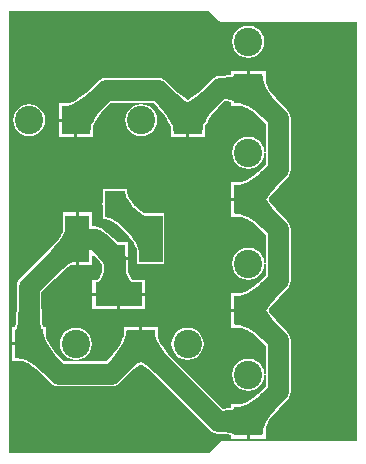
<source format=gbl>
G04*
G04 #@! TF.GenerationSoftware,Altium Limited,Altium Designer,18.1.9 (240)*
G04*
G04 Layer_Physical_Order=2*
G04 Layer_Color=16711680*
%FSLAX25Y25*%
%MOIN*%
G70*
G01*
G75*
%ADD24C,0.07000*%
%ADD25R,0.09449X0.09449*%
%ADD26C,0.09449*%
%ADD27R,0.09449X0.09449*%
%ADD28R,0.07874X0.15748*%
%ADD29R,0.15748X0.07874*%
%ADD30R,0.06890X0.08661*%
G36*
X462207Y330207D02*
X462207Y330207D01*
X462571Y329964D01*
X463000Y329878D01*
X463000Y329878D01*
X508378D01*
Y190122D01*
X463500D01*
X463071Y190036D01*
X462707Y189793D01*
X462707Y189793D01*
X459035Y186122D01*
X392122D01*
Y333379D01*
X459035D01*
X462207Y330207D01*
D02*
G37*
%LPC*%
G36*
X472000Y328587D02*
X470610Y328404D01*
X469315Y327868D01*
X468203Y327014D01*
X467349Y325902D01*
X466813Y324607D01*
X466630Y323217D01*
X466813Y321827D01*
X467349Y320532D01*
X468203Y319419D01*
X469315Y318566D01*
X470610Y318029D01*
X472000Y317846D01*
X473390Y318029D01*
X474685Y318566D01*
X475797Y319419D01*
X476651Y320532D01*
X477187Y321827D01*
X477370Y323217D01*
X477187Y324607D01*
X476651Y325902D01*
X475797Y327014D01*
X474685Y327868D01*
X473390Y328404D01*
X472000Y328587D01*
D02*
G37*
G36*
X477724Y313351D02*
X472500D01*
Y308126D01*
X476712Y312339D01*
X476762Y311439D01*
X476910Y310530D01*
X477158Y309611D01*
X477504Y308683D01*
X477950Y307745D01*
X478494Y306798D01*
X479138Y305841D01*
X479880Y304875D01*
X480722Y303899D01*
X481662Y302914D01*
X476712Y297964D01*
X475727Y298904D01*
X473785Y300488D01*
X472829Y301132D01*
X471881Y301676D01*
X470944Y302122D01*
X470015Y302468D01*
X469097Y302716D01*
X468187Y302864D01*
X467288Y302914D01*
X472000Y307626D01*
X471500D01*
Y313351D01*
X466276D01*
Y312166D01*
X465928Y312059D01*
X465471Y311964D01*
X463378Y311787D01*
X462491Y311776D01*
X462441Y311754D01*
X461430Y311621D01*
X460432Y311208D01*
X459576Y310550D01*
X459576Y310550D01*
X456170Y307144D01*
X456138Y307132D01*
X455164Y306203D01*
X454215Y305384D01*
X453280Y304665D01*
X452359Y304046D01*
X451874Y303767D01*
X451389Y304046D01*
X450476Y304660D01*
X448577Y306209D01*
X447610Y307132D01*
X447578Y307144D01*
X444798Y309924D01*
X443941Y310581D01*
X442944Y310995D01*
X441874Y311135D01*
X441874Y311135D01*
X424500D01*
X424500Y311135D01*
X423430Y310995D01*
X422432Y310581D01*
X421576Y309924D01*
X421576Y309924D01*
X418796Y307144D01*
X418764Y307132D01*
X417791Y306203D01*
X416841Y305384D01*
X415906Y304665D01*
X414985Y304046D01*
X414080Y303526D01*
X413190Y303103D01*
X412317Y302777D01*
X412122Y302724D01*
X408776D01*
Y297500D01*
X414000D01*
X409788Y301712D01*
X410687Y301762D01*
X411597Y301910D01*
X412515Y302158D01*
X413444Y302504D01*
X414381Y302950D01*
X415329Y303494D01*
X416285Y304138D01*
X417251Y304880D01*
X418227Y305722D01*
X419212Y306662D01*
X424162Y301712D01*
X423222Y300727D01*
X421638Y298785D01*
X420994Y297829D01*
X420450Y296881D01*
X420004Y295944D01*
X419658Y295015D01*
X419410Y294097D01*
X419262Y293187D01*
X419212Y292288D01*
X415000Y296500D01*
Y291276D01*
X420224D01*
Y294622D01*
X420277Y294817D01*
X420603Y295690D01*
X421026Y296580D01*
X421546Y297485D01*
X422160Y298398D01*
X423709Y300297D01*
X424632Y301264D01*
X424644Y301296D01*
X426213Y302865D01*
X436207D01*
X436240Y302365D01*
X435856Y302314D01*
X434893Y302187D01*
X433598Y301651D01*
X432486Y300797D01*
X431632Y299685D01*
X431096Y298390D01*
X430913Y297000D01*
X431096Y295610D01*
X431632Y294315D01*
X432486Y293203D01*
X433598Y292349D01*
X434893Y291813D01*
X436283Y291630D01*
X437673Y291813D01*
X438968Y292349D01*
X440081Y293203D01*
X440934Y294315D01*
X441471Y295610D01*
X441654Y297000D01*
X441471Y298390D01*
X440934Y299685D01*
X440081Y300797D01*
X438968Y301651D01*
X437673Y302187D01*
X436710Y302314D01*
X436327Y302365D01*
X436360Y302865D01*
X440161D01*
X441729Y301296D01*
X441742Y301264D01*
X442671Y300291D01*
X443490Y299341D01*
X444208Y298406D01*
X444828Y297485D01*
X445348Y296580D01*
X445771Y295690D01*
X446097Y294817D01*
X446149Y294622D01*
Y291276D01*
X451374D01*
Y296500D01*
X447161Y292288D01*
X447112Y293187D01*
X446963Y294097D01*
X446716Y295015D01*
X446369Y295944D01*
X445924Y296881D01*
X445379Y297829D01*
X444736Y298785D01*
X443994Y299751D01*
X443152Y300727D01*
X442212Y301712D01*
X447161Y306662D01*
X448147Y305722D01*
X450089Y304138D01*
X451045Y303494D01*
X451874Y303018D01*
X452702Y303494D01*
X453659Y304138D01*
X454625Y304880D01*
X455601Y305722D01*
X456586Y306662D01*
X461536Y301712D01*
X460596Y300727D01*
X459012Y298785D01*
X458368Y297829D01*
X457824Y296881D01*
X457378Y295944D01*
X457032Y295015D01*
X456784Y294097D01*
X456636Y293187D01*
X456586Y292288D01*
X452374Y296500D01*
Y291276D01*
X457598D01*
Y294622D01*
X457651Y294817D01*
X457977Y295690D01*
X458399Y296580D01*
X458920Y297485D01*
X459534Y298398D01*
X461083Y300297D01*
X462006Y301264D01*
X462018Y301296D01*
X464139Y303417D01*
X464877Y303370D01*
X465454Y303292D01*
X465928Y303193D01*
X466276Y303086D01*
Y301902D01*
X469622D01*
X469817Y301849D01*
X470690Y301523D01*
X471580Y301101D01*
X472485Y300580D01*
X473398Y299966D01*
X475297Y298417D01*
X476264Y297494D01*
X476296Y297482D01*
X477865Y295913D01*
Y286293D01*
X477365Y286260D01*
X477314Y286644D01*
X477187Y287607D01*
X476651Y288902D01*
X475797Y290014D01*
X474685Y290868D01*
X473390Y291404D01*
X472000Y291587D01*
X470610Y291404D01*
X469315Y290868D01*
X468203Y290014D01*
X467349Y288902D01*
X466813Y287607D01*
X466630Y286217D01*
X466813Y284827D01*
X467349Y283532D01*
X468203Y282419D01*
X469315Y281566D01*
X470610Y281029D01*
X472000Y280846D01*
X473390Y281029D01*
X474685Y281566D01*
X475797Y282419D01*
X476651Y283532D01*
X477187Y284827D01*
X477314Y285790D01*
X477365Y286173D01*
X477865Y286140D01*
Y282339D01*
X476296Y280771D01*
X476264Y280758D01*
X475291Y279829D01*
X474341Y279010D01*
X473406Y278292D01*
X472485Y277672D01*
X471580Y277152D01*
X470690Y276729D01*
X469817Y276403D01*
X469622Y276351D01*
X466276D01*
Y271126D01*
X471500D01*
X467288Y275339D01*
X468187Y275388D01*
X469097Y275537D01*
X470015Y275784D01*
X470944Y276131D01*
X471881Y276576D01*
X472829Y277121D01*
X473785Y277764D01*
X474752Y278506D01*
X475727Y279348D01*
X476712Y280288D01*
X481662Y275339D01*
X480722Y274353D01*
X479138Y272411D01*
X478494Y271455D01*
X478018Y270626D01*
X478494Y269798D01*
X479138Y268841D01*
X479880Y267875D01*
X480722Y266899D01*
X481662Y265914D01*
X476712Y260964D01*
X475727Y261905D01*
X473785Y263488D01*
X472829Y264132D01*
X471881Y264676D01*
X470944Y265122D01*
X470015Y265468D01*
X469097Y265716D01*
X468187Y265864D01*
X467288Y265914D01*
X471500Y270126D01*
X466276D01*
Y264902D01*
X469622D01*
X469817Y264849D01*
X470690Y264523D01*
X471580Y264101D01*
X472485Y263580D01*
X473398Y262966D01*
X475297Y261417D01*
X476264Y260494D01*
X476296Y260482D01*
X477865Y258913D01*
Y249293D01*
X477365Y249260D01*
X477314Y249644D01*
X477187Y250607D01*
X476651Y251902D01*
X475797Y253014D01*
X474685Y253868D01*
X473390Y254404D01*
X472000Y254587D01*
X470610Y254404D01*
X469315Y253868D01*
X468203Y253014D01*
X467349Y251902D01*
X466813Y250607D01*
X466630Y249217D01*
X466813Y247827D01*
X467349Y246532D01*
X468203Y245419D01*
X469315Y244566D01*
X470610Y244029D01*
X472000Y243846D01*
X473390Y244029D01*
X474685Y244566D01*
X475797Y245419D01*
X476651Y246532D01*
X477187Y247827D01*
X477314Y248790D01*
X477365Y249173D01*
X477865Y249141D01*
Y245339D01*
X476296Y243771D01*
X476264Y243758D01*
X475291Y242829D01*
X474341Y242010D01*
X473406Y241291D01*
X472485Y240672D01*
X471580Y240152D01*
X470690Y239729D01*
X469817Y239403D01*
X469622Y239351D01*
X466276D01*
Y234126D01*
X471500D01*
X467288Y238339D01*
X468187Y238388D01*
X469097Y238537D01*
X470015Y238784D01*
X470944Y239131D01*
X471881Y239576D01*
X472829Y240121D01*
X473785Y240764D01*
X474752Y241507D01*
X475727Y242348D01*
X476712Y243288D01*
X481662Y238339D01*
X480722Y237353D01*
X479138Y235412D01*
X478494Y234455D01*
X478018Y233626D01*
X478494Y232798D01*
X479138Y231841D01*
X479880Y230875D01*
X480722Y229899D01*
X481662Y228914D01*
X476712Y223964D01*
X475727Y224904D01*
X473785Y226488D01*
X472829Y227132D01*
X471881Y227676D01*
X470944Y228122D01*
X470015Y228468D01*
X469097Y228716D01*
X468187Y228864D01*
X467288Y228914D01*
X471500Y233126D01*
X466276D01*
Y227902D01*
X469622D01*
X469817Y227849D01*
X470690Y227523D01*
X471580Y227101D01*
X472485Y226580D01*
X473398Y225966D01*
X475297Y224417D01*
X476264Y223494D01*
X476296Y223482D01*
X477865Y221913D01*
Y212293D01*
X477365Y212260D01*
X477314Y212644D01*
X477187Y213607D01*
X476651Y214902D01*
X475797Y216014D01*
X474685Y216868D01*
X473390Y217404D01*
X472000Y217587D01*
X470610Y217404D01*
X469315Y216868D01*
X468203Y216014D01*
X467349Y214902D01*
X466813Y213607D01*
X466630Y212217D01*
X466813Y210827D01*
X467349Y209532D01*
X468203Y208419D01*
X469315Y207566D01*
X470610Y207029D01*
X472000Y206846D01*
X473390Y207029D01*
X474685Y207566D01*
X475797Y208419D01*
X476651Y209532D01*
X477187Y210827D01*
X477314Y211790D01*
X477365Y212173D01*
X477865Y212140D01*
Y208339D01*
X476296Y206771D01*
X476264Y206758D01*
X475291Y205829D01*
X474341Y205010D01*
X473406Y204292D01*
X472485Y203672D01*
X471580Y203152D01*
X470690Y202729D01*
X469817Y202403D01*
X469622Y202351D01*
X466276D01*
Y201198D01*
X466226Y201177D01*
X465818Y201062D01*
X465299Y200965D01*
X463637Y200838D01*
X446271Y218204D01*
X446258Y218236D01*
X445329Y219209D01*
X444510Y220159D01*
X443791Y221094D01*
X443172Y222015D01*
X442652Y222920D01*
X442229Y223810D01*
X441903Y224683D01*
X441851Y224878D01*
Y228224D01*
X436626D01*
Y223000D01*
X440839Y227212D01*
X440888Y226313D01*
X441037Y225403D01*
X441284Y224485D01*
X441631Y223556D01*
X442076Y222619D01*
X442621Y221671D01*
X443264Y220715D01*
X444006Y219748D01*
X444848Y218773D01*
X445788Y217788D01*
X440839Y212838D01*
X439853Y213778D01*
X437912Y215362D01*
X436955Y216006D01*
X436126Y216482D01*
X435298Y216006D01*
X434341Y215362D01*
X433375Y214620D01*
X432399Y213778D01*
X431414Y212838D01*
X426464Y217788D01*
X427404Y218773D01*
X428988Y220715D01*
X429632Y221671D01*
X430176Y222619D01*
X430622Y223556D01*
X430968Y224485D01*
X431216Y225403D01*
X431364Y226313D01*
X431414Y227212D01*
X435626Y223000D01*
Y228224D01*
X430402D01*
Y224878D01*
X430349Y224683D01*
X430023Y223810D01*
X429601Y222920D01*
X429080Y222015D01*
X428466Y221102D01*
X426917Y219203D01*
X425994Y218236D01*
X425982Y218204D01*
X424413Y216635D01*
X414576D01*
X414543Y217135D01*
X414927Y217186D01*
X415890Y217313D01*
X417185Y217849D01*
X418297Y218703D01*
X419151Y219815D01*
X419687Y221110D01*
X419870Y222500D01*
X419687Y223890D01*
X419151Y225185D01*
X418297Y226297D01*
X417185Y227151D01*
X415890Y227687D01*
X414500Y227870D01*
X413110Y227687D01*
X411815Y227151D01*
X410703Y226297D01*
X409849Y225185D01*
X409313Y223890D01*
X409130Y222500D01*
X409313Y221110D01*
X409849Y219815D01*
X410703Y218703D01*
X411815Y217849D01*
X413110Y217313D01*
X414073Y217186D01*
X414457Y217135D01*
X414424Y216635D01*
X410622D01*
X409054Y218204D01*
X409041Y218236D01*
X408112Y219209D01*
X407294Y220159D01*
X406575Y221094D01*
X405955Y222015D01*
X405435Y222920D01*
X405013Y223810D01*
X404686Y224683D01*
X404634Y224878D01*
Y228224D01*
X403563D01*
X403474Y228500D01*
X403357Y229054D01*
X403071Y232909D01*
X403059Y234218D01*
X403045Y234251D01*
Y239697D01*
X407551Y244202D01*
X407582Y244214D01*
X410654Y247090D01*
X411957Y248152D01*
X412623Y248626D01*
X414500D01*
Y250414D01*
X413820Y250135D01*
X412760Y249521D01*
X411563Y248669D01*
X410226Y247579D01*
X407138Y244688D01*
X406125Y253575D01*
X407335Y254835D01*
X409280Y257174D01*
X410014Y258254D01*
X410590Y259274D01*
X411006Y260234D01*
X411265Y261134D01*
X411364Y261974D01*
X411305Y262754D01*
X411087Y263474D01*
X414500Y255545D01*
Y257500D01*
Y266374D01*
X410063D01*
Y259692D01*
X410007Y259563D01*
X409462Y258596D01*
X408760Y257565D01*
X406851Y255268D01*
X405657Y254025D01*
X405645Y253995D01*
X405617Y253979D01*
X405611Y253960D01*
X395985Y244334D01*
X395328Y243477D01*
X394915Y242480D01*
X394774Y241409D01*
X394774Y241409D01*
Y234257D01*
X394760Y234225D01*
X394712Y231723D01*
X394569Y229802D01*
X394466Y229075D01*
X394344Y228500D01*
X394256Y228224D01*
X393185D01*
Y223000D01*
X398909D01*
Y222500D01*
X403622Y227212D01*
X403671Y226313D01*
X403820Y225403D01*
X404067Y224485D01*
X404414Y223556D01*
X404859Y222619D01*
X405404Y221671D01*
X406047Y220715D01*
X406790Y219748D01*
X407631Y218773D01*
X408572Y217788D01*
X403622Y212838D01*
X402637Y213778D01*
X400695Y215362D01*
X399738Y216006D01*
X398791Y216550D01*
X397853Y216996D01*
X396925Y217342D01*
X396006Y217590D01*
X395097Y217738D01*
X394197Y217788D01*
X398409Y222000D01*
X393185D01*
Y216776D01*
X396531D01*
X396726Y216723D01*
X397600Y216397D01*
X398489Y215974D01*
X399394Y215454D01*
X400307Y214840D01*
X402207Y213291D01*
X403173Y212368D01*
X403205Y212356D01*
X405985Y209576D01*
X405985Y209576D01*
X406842Y208919D01*
X407839Y208506D01*
X408910Y208365D01*
X408910Y208365D01*
X426126D01*
X426126Y208365D01*
X427197Y208506D01*
X428194Y208919D01*
X429050Y209576D01*
X431830Y212356D01*
X431862Y212368D01*
X432836Y213297D01*
X433785Y214116D01*
X434720Y214835D01*
X435641Y215454D01*
X436126Y215733D01*
X436611Y215454D01*
X437524Y214840D01*
X439423Y213291D01*
X440390Y212368D01*
X440422Y212356D01*
X459076Y193702D01*
X459076Y193702D01*
X459932Y193045D01*
X460930Y192632D01*
X461941Y192499D01*
X461992Y192477D01*
X462982Y192465D01*
X464638Y192370D01*
X465284Y192290D01*
X465818Y192190D01*
X466226Y192076D01*
X466276Y192055D01*
Y190902D01*
X471500D01*
Y196626D01*
X472000D01*
X467288Y201339D01*
X468187Y201388D01*
X469097Y201537D01*
X470015Y201784D01*
X470944Y202131D01*
X471881Y202576D01*
X472829Y203121D01*
X473785Y203764D01*
X474752Y204506D01*
X475727Y205348D01*
X476712Y206288D01*
X481662Y201339D01*
X480722Y200353D01*
X479138Y198412D01*
X478494Y197455D01*
X477950Y196508D01*
X477504Y195570D01*
X477158Y194642D01*
X476910Y193723D01*
X476762Y192814D01*
X476712Y191914D01*
X472500Y196126D01*
Y190902D01*
X477724D01*
Y194248D01*
X477777Y194443D01*
X478103Y195317D01*
X478526Y196206D01*
X479046Y197111D01*
X479660Y198024D01*
X481209Y199923D01*
X482132Y200890D01*
X482144Y200922D01*
X484924Y203702D01*
X484924Y203702D01*
X485581Y204558D01*
X485994Y205556D01*
X486135Y206626D01*
X486135Y206626D01*
Y223626D01*
X486135Y223626D01*
X485994Y224696D01*
X485581Y225694D01*
X484924Y226550D01*
X484924Y226550D01*
X482144Y229330D01*
X482132Y229362D01*
X481203Y230336D01*
X480384Y231285D01*
X479665Y232220D01*
X479046Y233141D01*
X478767Y233626D01*
X479046Y234111D01*
X479660Y235024D01*
X481209Y236923D01*
X482132Y237890D01*
X482144Y237922D01*
X484924Y240702D01*
X484924Y240702D01*
X485581Y241559D01*
X485994Y242556D01*
X486135Y243626D01*
X486135Y243626D01*
Y260626D01*
X486135Y260626D01*
X485994Y261697D01*
X485581Y262694D01*
X484924Y263550D01*
X484924Y263550D01*
X482144Y266330D01*
X482132Y266362D01*
X481203Y267336D01*
X480384Y268285D01*
X479665Y269220D01*
X479046Y270141D01*
X478767Y270626D01*
X479046Y271111D01*
X479660Y272024D01*
X481209Y273923D01*
X482132Y274890D01*
X482144Y274922D01*
X484924Y277702D01*
X484924Y277702D01*
X485581Y278559D01*
X485994Y279556D01*
X486135Y280626D01*
X486135Y280626D01*
Y297626D01*
X486135Y297626D01*
X485994Y298696D01*
X485581Y299694D01*
X484924Y300550D01*
X484924Y300550D01*
X482144Y303330D01*
X482132Y303362D01*
X481203Y304336D01*
X480384Y305285D01*
X479665Y306220D01*
X479046Y307141D01*
X478526Y308047D01*
X478103Y308936D01*
X477777Y309809D01*
X477724Y310005D01*
Y313351D01*
D02*
G37*
G36*
X398909Y302370D02*
X397519Y302187D01*
X396224Y301651D01*
X395112Y300797D01*
X394259Y299685D01*
X393722Y298390D01*
X393539Y297000D01*
X393722Y295610D01*
X394259Y294315D01*
X395112Y293203D01*
X396224Y292349D01*
X397519Y291813D01*
X398909Y291630D01*
X400299Y291813D01*
X401595Y292349D01*
X402707Y293203D01*
X403560Y294315D01*
X404097Y295610D01*
X404280Y297000D01*
X404097Y298390D01*
X403560Y299685D01*
X402707Y300797D01*
X401595Y301651D01*
X400299Y302187D01*
X398909Y302370D01*
D02*
G37*
G36*
X414000Y296500D02*
X408776D01*
Y291276D01*
X414000D01*
Y296500D01*
D02*
G37*
G36*
X430878Y274021D02*
X430869Y274016D01*
X430859Y274019D01*
X430799Y273986D01*
X423455D01*
Y269743D01*
X423365Y269055D01*
X423455Y268368D01*
Y264859D01*
X423420Y264791D01*
X423440Y264727D01*
X423422Y264663D01*
X423455Y264603D01*
Y264124D01*
X423944D01*
X424012Y264089D01*
X424546Y264044D01*
X425085Y263916D01*
X425686Y263693D01*
X426344Y263372D01*
X427057Y262951D01*
X427809Y262437D01*
X430414Y260245D01*
X430603Y260062D01*
X431250Y259388D01*
X432268Y258225D01*
X433127Y257126D01*
X433828Y256092D01*
X434373Y255127D01*
X434761Y254233D01*
X434872Y253851D01*
Y251351D01*
X434870Y251343D01*
X434872Y251325D01*
Y249026D01*
X443947D01*
Y265974D01*
X440972D01*
X440934Y265980D01*
X440926Y265974D01*
X437226D01*
X437210Y265983D01*
X436056Y266806D01*
X434272Y268341D01*
X433861Y268811D01*
X433241Y269619D01*
X432719Y270384D01*
X432297Y271097D01*
X431976Y271755D01*
X431754Y272356D01*
X431625Y272895D01*
X431580Y273429D01*
X431575Y273438D01*
X431578Y273448D01*
X431545Y273507D01*
Y273986D01*
X430988D01*
X430878Y274021D01*
D02*
G37*
G36*
X419937Y266374D02*
X415500D01*
Y257500D01*
Y253222D01*
X417037Y249650D01*
X416671Y250222D01*
X416166Y250556D01*
X415522Y250653D01*
X415500Y250649D01*
Y248626D01*
X419937D01*
Y251916D01*
X420401Y252103D01*
X421398Y251064D01*
X422608Y249653D01*
X423018Y249110D01*
X423055Y249053D01*
Y246351D01*
X422883Y245627D01*
X422635Y244936D01*
X422348Y244404D01*
X422036Y244022D01*
X421918Y243933D01*
X419906D01*
Y239496D01*
X428780D01*
X437653D01*
Y243933D01*
X433298D01*
X433139Y244039D01*
X432781Y244426D01*
X432456Y244957D01*
X432177Y245643D01*
X431950Y246484D01*
X431945Y246517D01*
Y250445D01*
X427500D01*
Y251445D01*
X431945D01*
Y256276D01*
X428479D01*
X424905Y259421D01*
X423876Y260437D01*
X423837Y260453D01*
X423815Y260490D01*
X423766Y260503D01*
X423013Y261081D01*
X422015Y261494D01*
X420945Y261635D01*
X420945Y261635D01*
X419937D01*
Y266374D01*
D02*
G37*
G36*
X437653Y238496D02*
X429280D01*
Y234059D01*
X437653D01*
Y238496D01*
D02*
G37*
G36*
X428279D02*
X419906D01*
Y234059D01*
X428279D01*
Y238496D01*
D02*
G37*
G36*
X436126Y222500D02*
X436126D01*
X436126Y222500D01*
X436126Y222500D01*
D02*
G37*
G36*
X451717Y227870D02*
X450327Y227687D01*
X449032Y227151D01*
X447919Y226297D01*
X447066Y225185D01*
X446529Y223890D01*
X446346Y222500D01*
X446529Y221110D01*
X447066Y219815D01*
X447919Y218703D01*
X449032Y217849D01*
X450327Y217313D01*
X451717Y217130D01*
X453107Y217313D01*
X454402Y217849D01*
X455514Y218703D01*
X456368Y219815D01*
X456904Y221110D01*
X457087Y222500D01*
X456904Y223890D01*
X456368Y225185D01*
X455514Y226297D01*
X454402Y227151D01*
X453107Y227687D01*
X451717Y227870D01*
D02*
G37*
%LPD*%
G36*
X467288Y302914D02*
X467240Y303144D01*
X467096Y303350D01*
X466857Y303532D01*
X466522Y303690D01*
X466091Y303823D01*
X465564Y303932D01*
X464942Y304017D01*
X463410Y304114D01*
X462500Y304126D01*
Y311126D01*
X463410Y311138D01*
X465564Y311320D01*
X466091Y311429D01*
X466522Y311563D01*
X466857Y311720D01*
X467096Y311902D01*
X467240Y312108D01*
X467288Y312339D01*
Y302914D01*
D02*
G37*
G36*
X402422Y232882D02*
X402713Y228962D01*
X402846Y228332D01*
X403004Y227842D01*
X403185Y227492D01*
X403392Y227282D01*
X403622Y227212D01*
X394197D01*
X394427Y227282D01*
X394634Y227492D01*
X394815Y227842D01*
X394973Y228332D01*
X395106Y228962D01*
X395216Y229732D01*
X395361Y231692D01*
X395409Y234212D01*
X402410D01*
X402422Y232882D01*
D02*
G37*
G36*
X467288Y191914D02*
X467235Y192144D01*
X467076Y192350D01*
X466812Y192532D01*
X466442Y192690D01*
X465966Y192823D01*
X465384Y192932D01*
X464697Y193017D01*
X463005Y193114D01*
X462000Y193126D01*
Y200126D01*
X463005Y200138D01*
X465384Y200320D01*
X465966Y200429D01*
X466442Y200563D01*
X466812Y200720D01*
X467076Y200902D01*
X467235Y201108D01*
X467288Y201339D01*
Y191914D01*
D02*
G37*
G36*
X430982Y272792D02*
X431131Y272167D01*
X431378Y271499D01*
X431725Y270789D01*
X432170Y270035D01*
X432715Y269238D01*
X433358Y268399D01*
X433814Y267878D01*
X435655Y266294D01*
X436858Y265437D01*
X437919Y264820D01*
X438838Y264444D01*
X439615Y264310D01*
X440249Y264416D01*
X440742Y264762D01*
X441093Y265350D01*
X435496Y251171D01*
X435698Y251907D01*
X435745Y252700D01*
X435637Y253549D01*
X435373Y254454D01*
X434955Y255416D01*
X434381Y256434D01*
X433652Y257509D01*
X432768Y258640D01*
X431729Y259827D01*
X431063Y260520D01*
X430850Y260727D01*
X428203Y262954D01*
X427406Y263499D01*
X426652Y263945D01*
X425942Y264291D01*
X425274Y264538D01*
X424649Y264687D01*
X424067Y264736D01*
X430933Y273374D01*
X430982Y272792D01*
D02*
G37*
G36*
X424462Y258946D02*
X428201Y255656D01*
X428654Y255369D01*
X429009Y255206D01*
X429267Y255167D01*
X429426Y255252D01*
X425422Y249921D01*
X431000D01*
X431035Y248589D01*
X431140Y247398D01*
X431315Y246346D01*
X431560Y245435D01*
X431875Y244664D01*
X432260Y244033D01*
X432715Y243541D01*
X433240Y243191D01*
X433835Y242980D01*
X434500Y242909D01*
X420918Y242921D01*
X421503Y242991D01*
X422027Y243201D01*
X422490Y243551D01*
X422890Y244041D01*
X423229Y244671D01*
X423507Y245441D01*
X423723Y246351D01*
X423877Y247401D01*
X423969Y248591D01*
X423974Y248783D01*
X423864Y249003D01*
X423549Y249484D01*
X423114Y250061D01*
X421879Y251501D01*
X419117Y254378D01*
X423420Y259975D01*
X424462Y258946D01*
D02*
G37*
D24*
X398909Y222500D02*
Y241409D01*
X415000Y257500D01*
X439055D02*
X439409D01*
X427500Y269055D02*
X439055Y257500D01*
X415000D02*
X420945D01*
X427500Y250945D01*
Y240276D02*
X428780Y238996D01*
X427500Y240276D02*
Y250945D01*
X414500Y297000D02*
X424500Y307000D01*
X441874D01*
X451874Y297000D01*
X462500Y307626D01*
X472000D01*
X482000Y297626D01*
Y280626D02*
Y297626D01*
X472000Y270626D02*
X482000Y280626D01*
X472000Y270626D02*
X482000Y260626D01*
Y243626D02*
Y260626D01*
X472000Y233626D02*
X482000Y243626D01*
X472000Y233626D02*
X482000Y223626D01*
Y206626D02*
Y223626D01*
X472000Y196626D02*
X482000Y206626D01*
X426126Y212500D02*
X436126Y222500D01*
X408910Y212500D02*
X426126D01*
X398909Y222500D02*
X408910Y212500D01*
X462000Y196626D02*
X472000D01*
X436126Y222500D02*
X462000Y196626D01*
D25*
X414500Y297000D02*
D03*
X451874D02*
D03*
X436126Y222500D02*
D03*
X398909D02*
D03*
D26*
Y297000D02*
D03*
X436283D02*
D03*
X472000Y323217D02*
D03*
Y286217D02*
D03*
Y249217D02*
D03*
Y212217D02*
D03*
X451717Y222500D02*
D03*
X414500D02*
D03*
D27*
X472000Y307626D02*
D03*
Y270626D02*
D03*
Y233626D02*
D03*
Y196626D02*
D03*
D28*
X439409Y257500D02*
D03*
X415000D02*
D03*
D29*
X428780Y238996D02*
D03*
D30*
X427500Y269055D02*
D03*
Y250945D02*
D03*
M02*

</source>
